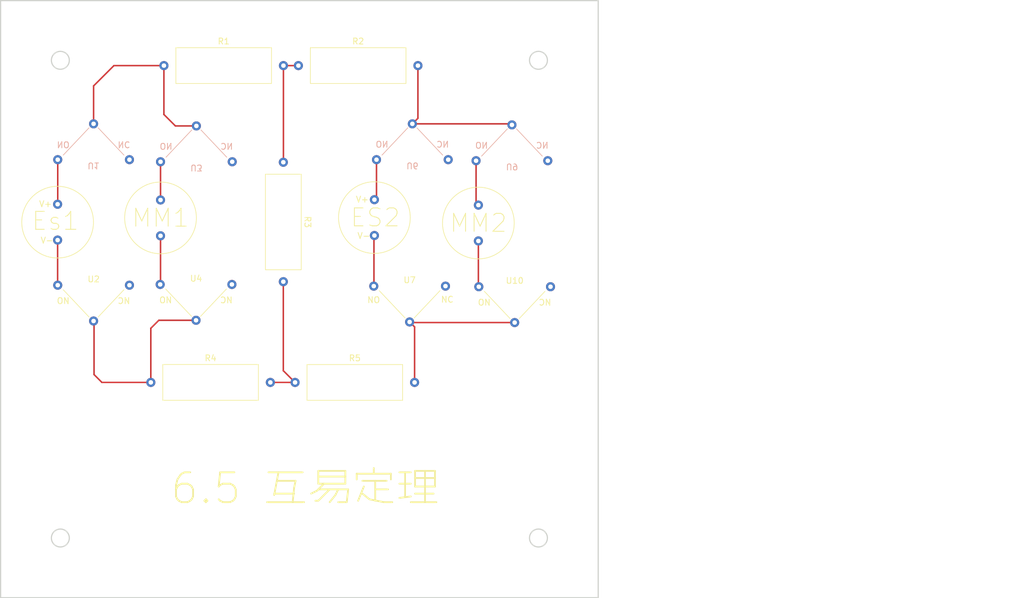
<source format=kicad_pcb>
(kicad_pcb (version 20211014) (generator pcbnew)
  (layers (0 "F.Cu" signal) (31 "B.Cu" signal) (34 "B.Paste" user) (35 "F.Paste" user) (36 "B.SilkS" user "B.Silkscreen") (37 "F.SilkS" user "F.Silkscreen") (38 "B.Mask" user) (39 "F.Mask" user) (44 "Edge.Cuts" user))
  (net 0 "")
  (net 1 "Net-(R1-Pad1)")
  (net 2 "Net-(R2-Pad1)")
  (net 3 "Net-(R2-Pad2)")
  (net 4 "Net-(R4-Pad2)")
  (net 5 "Net-(R4-Pad1)")
  (net 6 "Net-(R5-Pad2)")
  (net 7 "Net-(U1-Pad3)")
  (net 8 "Net-(U2-Pad3)")
  (net 9 "Net-(U3-Pad3)")
  (net 10 "Net-(U4-Pad3)")
  (net 11 "Net-(U6-Pad3)")
  (net 12 "Net-(U7-Pad3)")
  (net 13 "Net-(U8-Pad1)")
  (net 14 "Net-(U10-Pad3)")
  (footprint "test2021:Vs" (layer "F.Cu") (at 82.55 56.34)
    (fp_text reference "ES2" (at 0.1524 0 unlocked) (layer "F.SilkS") (effects (font (size 3 3))))
    (fp_text value "Es")
    (fp_text user "V+" (at -2.032 -3.048 unlocked) (layer "F.SilkS"))
    (fp_text user "V-" (at -1.778 3.048 unlocked) (layer "F.SilkS"))
    (fp_circle (center 0 0) (end 6 0) (layer "F.SilkS") (width 0.12) (fill none))
    (pad "1" thru_hole circle (at 0 -3) (size 1.524 1.524) (drill 0.762) (layers *.Cu *.Mask) (net 11 "Net-(U6-Pad3)"))
    (pad "2" thru_hole circle (at 0 3) (size 1.524 1.524) (drill 0.762) (layers *.Cu *.Mask) (net 12 "Net-(U7-Pad3)"))
  )
  (footprint "test2021:RLy" (layer "F.Cu") (at 88.4428 67.818 180)
    (fp_text reference "U7" (at 0 1.0104 unlocked) (layer "F.SilkS"))
    (fp_text value "Rly")
    (fp_text user "NO" (at 6.0198 -2.3142 unlocked) (layer "F.SilkS"))
    (fp_text user "NC" (at -6.2992 -2.238 unlocked) (layer "F.SilkS"))
    (fp_line (start -0.762 -5.334) (end -5.08 -0.762) (layer "F.SilkS") (width 0.12))
    (fp_line (start 0.762 -5.334) (end 5.08 -0.762) (layer "F.SilkS") (width 0.12))
    (pad "1" thru_hole circle (at 0 -6 180) (size 1.524 1.524) (drill 0.762) (layers *.Cu *.Mask) (net 6 "Net-(R5-Pad2)"))
    (pad "2" thru_hole circle (at -6 0 180) (size 1.524 1.524) (drill 0.762) (layers *.Cu *.Mask))
    (pad "3" thru_hole circle (at 6 0 180) (size 1.524 1.524) (drill 0.762) (layers *.Cu *.Mask) (net 12 "Net-(U7-Pad3)"))
  )
  (footprint "test2021:Multimeter" (layer "F.Cu") (at 46.7614 56.3908)
    (fp_text reference "MM1" (at 0 0 unlocked) (layer "F.SilkS") (effects (font (size 3 3))))
    (fp_text value "Multimeter")
    (fp_circle (center 0 0) (end 6 0) (layer "F.SilkS") (width 0.12) (fill none))
    (pad "1" thru_hole circle (at 0 -3) (size 1.524 1.524) (drill 0.762) (layers *.Cu *.Mask) (net 9 "Net-(U3-Pad3)"))
    (pad "2" thru_hole circle (at 0 3) (size 1.524 1.524) (drill 0.762) (layers *.Cu *.Mask) (net 10 "Net-(U4-Pad3)"))
  )
  (footprint "test2021:R" (layer "F.Cu") (at 57.3278 30.8864)
    (fp_text reference "R1" (at 0 -4.064 unlocked) (layer "F.SilkS"))
    (fp_text value "510Ω")
    (fp_rect (start -8 -3) (end 8 3) (layer "F.SilkS") (width 0.12) (fill none))
    (pad "1" thru_hole circle (at -10 0) (size 1.524 1.524) (drill 0.762) (layers *.Cu *.Mask) (net 1 "Net-(R1-Pad1)"))
    (pad "2" thru_hole circle (at 10 0) (size 1.524 1.524) (drill 0.762) (layers *.Cu *.Mask) (net 2 "Net-(R2-Pad1)"))
  )
  (footprint "test2021:R" (layer "F.Cu") (at 55.1378 83.9442)
    (fp_text reference "R4" (at 0 -4.064 unlocked) (layer "F.SilkS"))
    (fp_text value "510Ω")
    (fp_rect (start -8 -3) (end 8 3) (layer "F.SilkS") (width 0.12) (fill none))
    (pad "1" thru_hole circle (at -10 0) (size 1.524 1.524) (drill 0.762) (layers *.Cu *.Mask) (net 5 "Net-(R4-Pad1)"))
    (pad "2" thru_hole circle (at 10 0) (size 1.524 1.524) (drill 0.762) (layers *.Cu *.Mask) (net 4 "Net-(R4-Pad2)"))
  )
  (footprint "test2021:RLy" (layer "F.Cu") (at 106.0196 67.9196 180)
    (fp_text reference "U10" (at -0.0112 1.0104 unlocked) (layer "F.SilkS"))
    (fp_text value "Rly")
    (fp_text user "NO" (at 5.08 -2.54 180 unlocked) (layer "F.SilkS"))
    (fp_text user "NC" (at -5.08 -2.54 180 unlocked) (layer "F.SilkS"))
    (fp_line (start 0.762 -5.334) (end 5.08 -0.762) (layer "F.SilkS") (width 0.12))
    (fp_line (start -0.762 -5.334) (end -5.08 -0.762) (layer "F.SilkS") (width 0.12))
    (pad "1" thru_hole circle (at 0 -6 180) (size 1.524 1.524) (drill 0.762) (layers *.Cu *.Mask) (net 6 "Net-(R5-Pad2)"))
    (pad "2" thru_hole circle (at -6 0 180) (size 1.524 1.524) (drill 0.762) (layers *.Cu *.Mask))
    (pad "3" thru_hole circle (at 6 0 180) (size 1.524 1.524) (drill 0.762) (layers *.Cu *.Mask) (net 14 "Net-(U10-Pad3)"))
  )
  (footprint "test2021:Vs" (layer "F.Cu") (at 29.5402 57.1048)
    (fp_text reference "Es1" (at -0.381 -0.1834 unlocked) (layer "F.SilkS") (effects (font (size 3 3))))
    (fp_text value "Es")
    (fp_text user "V+" (at -2.032 -3.048 unlocked) (layer "F.SilkS"))
    (fp_text user "V-" (at -1.778 3.048 unlocked) (layer "F.SilkS"))
    (fp_circle (center 0 0) (end 6 0) (layer "F.SilkS") (width 0.12) (fill none))
    (pad "1" thru_hole circle (at 0 -3) (size 1.524 1.524) (drill 0.762) (layers *.Cu *.Mask) (net 7 "Net-(U1-Pad3)"))
    (pad "2" thru_hole circle (at 0 3) (size 1.524 1.524) (drill 0.762) (layers *.Cu *.Mask) (net 8 "Net-(U2-Pad3)"))
  )
  (footprint "test2021:RLy" (layer "F.Cu") (at 35.56 67.66 180)
    (fp_text reference "U2" (at -0.0112 0.9992 unlocked) (layer "F.SilkS"))
    (fp_text value "Rly")
    (fp_text user "NO" (at 5.08 -2.54 180 unlocked) (layer "F.SilkS"))
    (fp_text user "NC" (at -5.08 -2.54 180 unlocked) (layer "F.SilkS"))
    (fp_line (start 0.762 -5.334) (end 5.08 -0.762) (layer "F.SilkS") (width 0.12))
    (fp_line (start -0.762 -5.334) (end -5.08 -0.762) (layer "F.SilkS") (width 0.12))
    (pad "1" thru_hole circle (at 0 -6 180) (size 1.524 1.524) (drill 0.762) (layers *.Cu *.Mask) (net 5 "Net-(R4-Pad1)"))
    (pad "2" thru_hole circle (at -6 0 180) (size 1.524 1.524) (drill 0.762) (layers *.Cu *.Mask))
    (pad "3" thru_hole circle (at 6 0 180) (size 1.524 1.524) (drill 0.762) (layers *.Cu *.Mask) (net 8 "Net-(U2-Pad3)"))
  )
  (footprint "test2021:Multimeter" (layer "F.Cu") (at 99.949 57.2516)
    (fp_text reference "MM2" (at 0 0 unlocked) (layer "F.SilkS") (effects (font (size 3 3))))
    (fp_text value "Multimeter")
    (fp_circle (center 0 0) (end 6 0) (layer "F.SilkS") (width 0.12) (fill none))
    (pad "1" thru_hole circle (at 0 -3) (size 1.524 1.524) (drill 0.762) (layers *.Cu *.Mask) (net 13 "Net-(U8-Pad1)"))
    (pad "2" thru_hole circle (at 0 3) (size 1.524 1.524) (drill 0.762) (layers *.Cu *.Mask) (net 14 "Net-(U10-Pad3)"))
  )
  (footprint "test2021:R" (layer "F.Cu") (at 67.31 57.0738 -90)
    (fp_text reference "R3" (at 0 -4.064 -90 unlocked) (layer "F.SilkS"))
    (fp_text value "510Ω")
    (fp_rect (start -8 -3) (end 8 3) (layer "F.SilkS") (width 0.12) (fill none))
    (pad "1" thru_hole circle (at -10 0 270) (size 1.524 1.524) (drill 0.762) (layers *.Cu *.Mask) (net 2 "Net-(R2-Pad1)"))
    (pad "2" thru_hole circle (at 10 0 270) (size 1.524 1.524) (drill 0.762) (layers *.Cu *.Mask) (net 4 "Net-(R4-Pad2)"))
  )
  (footprint "test2021:R" (layer "F.Cu") (at 79.8322 30.8864)
    (fp_text reference "R2" (at 0 -4.064 unlocked) (layer "F.SilkS"))
    (fp_text value "1kΩ")
    (fp_rect (start -8 -3) (end 8 3) (layer "F.SilkS") (width 0.12) (fill none))
    (pad "1" thru_hole circle (at -10 0) (size 1.524 1.524) (drill 0.762) (layers *.Cu *.Mask) (net 2 "Net-(R2-Pad1)"))
    (pad "2" thru_hole circle (at 10 0) (size 1.524 1.524) (drill 0.762) (layers *.Cu *.Mask) (net 3 "Net-(R2-Pad2)"))
  )
  (footprint "test2021:RLy" (layer "F.Cu") (at 52.705 67.5386 180)
    (fp_text reference "U4" (at -0.0112 0.9992 unlocked) (layer "F.SilkS"))
    (fp_text value "Rly")
    (fp_text user "NC" (at -5.08 -2.54 180 unlocked) (layer "F.SilkS"))
    (fp_text user "NO" (at 5.08 -2.54 180 unlocked) (layer "F.SilkS"))
    (fp_line (start -0.762 -5.334) (end -5.08 -0.762) (layer "F.SilkS") (width 0.12))
    (fp_line (start 0.762 -5.334) (end 5.08 -0.762) (layer "F.SilkS") (width 0.12))
    (pad "1" thru_hole circle (at 0 -6 180) (size 1.524 1.524) (drill 0.762) (layers *.Cu *.Mask) (net 5 "Net-(R4-Pad1)"))
    (pad "2" thru_hole circle (at -6 0 180) (size 1.524 1.524) (drill 0.762) (layers *.Cu *.Mask))
    (pad "3" thru_hole circle (at 6 0 180) (size 1.524 1.524) (drill 0.762) (layers *.Cu *.Mask) (net 10 "Net-(U4-Pad3)"))
  )
  (footprint "test2021:R" (layer "F.Cu") (at 79.2734 83.947)
    (fp_text reference "R5" (at 0 -4.064 unlocked) (layer "F.SilkS"))
    (fp_text value "300Ω")
    (fp_rect (start -8 -3) (end 8 3) (layer "F.SilkS") (width 0.12) (fill none))
    (pad "1" thru_hole circle (at -10 0) (size 1.524 1.524) (drill 0.762) (layers *.Cu *.Mask) (net 4 "Net-(R4-Pad2)"))
    (pad "2" thru_hole circle (at 10 0) (size 1.524 1.524) (drill 0.762) (layers *.Cu *.Mask) (net 6 "Net-(R5-Pad2)"))
  )
  (footprint "test2021:RLy" (layer "B.Cu") (at 52.7614 46.99 180)
    (fp_text reference "U3" (at 0 -1.0104 180 unlocked) (layer "B.SilkS") (effects (justify mirror)))
    (fp_text value "Rly")
    (fp_text user "NO" (at 5.08 2.54 unlocked) (layer "B.SilkS") (effects (justify mirror)))
    (fp_text user "NC" (at -5.08 2.54 unlocked) (layer "B.SilkS") (effects (justify mirror)))
    (fp_line (start 0.762 5.334) (end 5.08 0.762) (layer "B.SilkS") (width 0.12))
    (fp_line (start -0.762 5.334) (end -5.08 0.762) (layer "B.SilkS") (width 0.12))
    (pad "1" thru_hole circle (at 0 6 180) (size 1.524 1.524) (drill 0.762) (layers *.Cu *.Mask) (net 1 "Net-(R1-Pad1)"))
    (pad "2" thru_hole circle (at -6 0 180) (size 1.524 1.524) (drill 0.762) (layers *.Cu *.Mask))
    (pad "3" thru_hole circle (at 6 0 180) (size 1.524 1.524) (drill 0.762) (layers *.Cu *.Mask) (net 9 "Net-(U3-Pad3)"))
  )
  (footprint "test2021:RLy" (layer "B.Cu") (at 88.9 46.64 180)
    (fp_text reference "U6" (at -0.0112 -1.0048 180 unlocked) (layer "B.SilkS") (effects (justify mirror)))
    (fp_text value "Rly")
    (fp_text user "NC" (at -5.08 2.54 unlocked) (layer "B.SilkS") (effects (justify mirror)))
    (fp_text user "NO" (at 5.08 2.54 unlocked) (layer "B.SilkS") (effects (justify mirror)))
    (fp_line (start -0.762 5.334) (end -5.08 0.762) (layer "B.SilkS") (width 0.12))
    (fp_line (start 0.762 5.334) (end 5.08 0.762) (layer "B.SilkS") (width 0.12))
    (pad "1" thru_hole circle (at 0 6 180) (size 1.524 1.524) (drill 0.762) (layers *.Cu *.Mask) (net 3 "Net-(R2-Pad2)"))
    (pad "2" thru_hole circle (at -6 0 180) (size 1.524 1.524) (drill 0.762) (layers *.Cu *.Mask))
    (pad "3" thru_hole circle (at 6 0 180) (size 1.524 1.524) (drill 0.762) (layers *.Cu *.Mask) (net 11 "Net-(U6-Pad3)"))
  )
  (footprint "test2021:RLy" (layer "B.Cu") (at 35.56 46.64 180)
    (fp_text reference "U1" (at 0 -1.0104 180 unlocked) (layer "B.SilkS") (effects (justify mirror)))
    (fp_text value "Rly")
    (fp_text user "NO" (at 5.08 2.54 180 unlocked) (layer "B.SilkS") (effects (justify mirror)))
    (fp_text user "NC" (at -5.08 2.54 180 unlocked) (layer "B.SilkS") (effects (justify mirror)))
    (fp_line (start -0.762 5.334) (end -5.08 0.762) (layer "B.SilkS") (width 0.12))
    (fp_line (start 0.762 5.334) (end 5.08 0.762) (layer "B.SilkS") (width 0.12))
    (pad "1" thru_hole circle (at 0 6 180) (size 1.524 1.524) (drill 0.762) (layers *.Cu *.Mask) (net 1 "Net-(R1-Pad1)"))
    (pad "2" thru_hole circle (at -6 0 180) (size 1.524 1.524) (drill 0.762) (layers *.Cu *.Mask))
    (pad "3" thru_hole circle (at 6 0 180) (size 1.524 1.524) (drill 0.762) (layers *.Cu *.Mask) (net 7 "Net-(U1-Pad3)"))
  )
  (footprint "test2021:RLy" (layer "B.Cu") (at 105.5624 46.815 180)
    (fp_text reference "U9" (at -0.0112 -1.0048 180 unlocked) (layer "B.SilkS") (effects (justify mirror)))
    (fp_text value "Rly")
    (fp_text user "NO" (at 5.08 2.54 unlocked) (layer "B.SilkS") (effects (justify mirror)))
    (fp_text user "NC" (at -5.08 2.54 unlocked) (layer "B.SilkS") (effects (justify mirror)))
    (fp_line (start 0.762 5.334) (end 5.08 0.762) (layer "B.SilkS") (width 0.12))
    (fp_line (start -0.762 5.334) (end -5.08 0.762) (layer "B.SilkS") (width 0.12))
    (pad "1" thru_hole circle (at 0 6 180) (size 1.524 1.524) (drill 0.762) (layers *.Cu *.Mask) (net 3 "Net-(R2-Pad2)"))
    (pad "2" thru_hole circle (at -6 0 180) (size 1.524 1.524) (drill 0.762) (layers *.Cu *.Mask))
    (pad "3" thru_hole circle (at 6 0 180) (size 1.524 1.524) (drill 0.762) (layers *.Cu *.Mask) (net 13 "Net-(U8-Pad1)"))
  )
  (gr_rect (start 191.1604 114.8334) (end 191.1604 114.8334) (layer "F.Cu") (width 0.2) (fill none))
  (gr_circle (center 110 30) (end 111.5 30) (layer "Edge.Cuts") (width 0.2) (fill none))
  (gr_rect (start 20 20) (end 120 120) (layer "Edge.Cuts") (width 0.2) (fill none))
  (gr_circle (center 30 110) (end 31.5 110) (layer "Edge.Cuts") (width 0.2) (fill none))
  (gr_circle (center 110 110) (end 111.5 110) (layer "Edge.Cuts") (width 0.2) (fill none))
  (gr_circle (center 30 30) (end 31.5 30) (layer "Edge.Cuts") (width 0.2) (fill none))
  (gr_text "6.5 互易定理" (at 71.0184 101.7016) (layer "F.SilkS") (effects (font (size 5 5) (thickness 0.3))))
  (segment (start 47.3278 30.8864) (end 47.3278 39.0728) (width 0.25) (layer "F.Cu") (net 1))
  (segment (start 49.245 40.99) (end 52.7614 40.99) (width 0.25) (layer "F.Cu") (net 1))
  (segment (start 47.3278 39.0728) (end 49.245 40.99) (width 0.25) (layer "F.Cu") (net 1))
  (segment (start 35.56 34.29) (end 35.56 40.64) (width 0.25) (layer "F.Cu") (net 1))
  (segment (start 38.9636 30.8864) (end 35.56 34.29) (width 0.25) (layer "F.Cu") (net 1))
  (segment (start 47.3278 30.8864) (end 38.9636 30.8864) (width 0.25) (layer "F.Cu") (net 1))
  (segment (start 67.3278 30.8864) (end 67.3278 47.056) (width 0.25) (layer "F.Cu") (net 2))
  (segment (start 67.3278 47.056) (end 67.31 47.0738) (width 0.25) (layer "F.Cu") (net 2))
  (segment (start 67.3278 30.8864) (end 69.8322 30.8864) (width 0.25) (layer "F.Cu") (net 2))
  (segment (start 88.9 40.64) (end 105.3874 40.64) (width 0.25) (layer "F.Cu") (net 3))
  (segment (start 89.8322 39.7078) (end 88.9 40.64) (width 0.25) (layer "F.Cu") (net 3))
  (segment (start 89.8322 30.8864) (end 89.8322 39.7078) (width 0.25) (layer "F.Cu") (net 3))
  (segment (start 105.3874 40.64) (end 105.5624 40.815) (width 0.25) (layer "F.Cu") (net 3))
  (segment (start 67.31 81.9836) (end 69.2734 83.947) (width 0.25) (layer "F.Cu") (net 4))
  (segment (start 69.2706 83.9442) (end 69.2734 83.947) (width 0.25) (layer "F.Cu") (net 4))
  (segment (start 65.1378 83.9442) (end 69.2706 83.9442) (width 0.25) (layer "F.Cu") (net 4))
  (segment (start 67.31 67.0738) (end 67.31 81.9836) (width 0.25) (layer "F.Cu") (net 4))
  (segment (start 36.9542 83.9442) (end 45.1378 83.9442) (width 0.25) (layer "F.Cu") (net 5))
  (segment (start 35.6362 73.6402) (end 35.6362 82.6262) (width 0.25) (layer "F.Cu") (net 5))
  (segment (start 46.4764 73.5386) (end 52.705 73.5386) (width 0.25) (layer "F.Cu") (net 5))
  (segment (start 45.1378 74.8772) (end 46.4764 73.5386) (width 0.25) (layer "F.Cu") (net 5))
  (segment (start 45.1378 83.9442) (end 45.1378 74.8772) (width 0.25) (layer "F.Cu") (net 5))
  (segment (start 35.6362 82.6262) (end 36.9542 83.9442) (width 0.25) (layer "F.Cu") (net 5))
  (segment (start 89.2734 83.947) (end 89.2734 74.6486) (width 0.25) (layer "F.Cu") (net 6))
  (segment (start 89.2734 74.6486) (end 88.4428 73.818) (width 0.25) (layer "F.Cu") (net 6))
  (segment (start 88.5444 73.9196) (end 88.4428 73.818) (width 0.25) (layer "F.Cu") (net 6))
  (segment (start 106.0196 73.9196) (end 88.5444 73.9196) (width 0.25) (layer "F.Cu") (net 6))
  (segment (start 29.56 46.64) (end 29.56 54.085) (width 0.25) (layer "F.Cu") (net 7))
  (segment (start 29.5402 67.5442) (end 29.6362 67.6402) (width 0.25) (layer "F.Cu") (net 8))
  (segment (start 29.5402 60.1048) (end 29.5402 67.5442) (width 0.25) (layer "F.Cu") (net 8))
  (segment (start 46.7614 46.99) (end 46.7614 53.3908) (width 0.25) (layer "F.Cu") (net 9))
  (segment (start 46.7614 59.3908) (end 46.7614 67.4822) (width 0.25) (layer "F.Cu") (net 10))
  (segment (start 46.7614 67.4822) (end 46.705 67.5386) (width 0.25) (layer "F.Cu") (net 10))
  (segment (start 82.9 52.99) (end 82.55 53.34) (width 0.25) (layer "F.Cu") (net 11))
  (segment (start 82.9 46.64) (end 82.9 52.99) (width 0.25) (layer "F.Cu") (net 11))
  (segment (start 82.4738 59.6674) (end 82.4738 67.787) (width 0.25) (layer "F.Cu") (net 12))
  (segment (start 99.5624 46.815) (end 99.5624 54.7426) (width 0.25) (layer "F.Cu") (net 13))
  (segment (start 99.949 67.849) (end 100.0196 67.9196) (width 0.25) (layer "F.Cu") (net 14))
  (segment (start 99.949 60.2516) (end 99.949 67.849) (width 0.25) (layer "F.Cu") (net 14))
)
</source>
